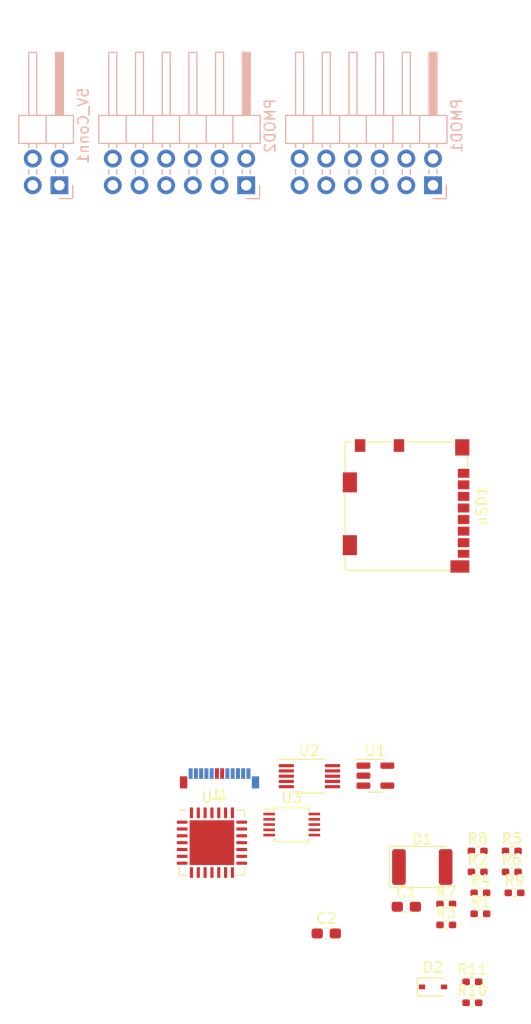
<source format=kicad_pcb>
(kicad_pcb (version 20211014) (generator pcbnew)
  (layers (0 "F.Cu" signal) (31 "B.Cu" signal) (34 "B.Paste" user) (35 "F.Paste" user) (36 "B.SilkS" user "B.Silkscreen") (37 "F.SilkS" user "F.Silkscreen") (38 "B.Mask" user) (39 "F.Mask" user) (44 "Edge.Cuts" user))
  (net 0 "")
  (net 1 "+5V")
  (net 2 "+3.3V")
  (net 7 "/SCL")
  (net 8 "/SDA")
  (net 9 "/CS")
  (net 10 "/SI")
  (net 11 "/SO")
  (net 12 "/CLK")
  (net 52 "+BATT")
  (net 53 "Net-(D1-Pad1)")
  (net 54 "Net-(U1-Pad5)")
  (net 55 "Net-(U1-Pad1)")
  (net 56 "Net-(U4-Pad13)")
  (net 57 "Net-(U4-Pad12)")
  (net 58 "Net-(U4-Pad14)")
  (net 59 "Net-(U4-Pad11)")
  (net 60 "Net-(U3-Pad1)")
  (net 61 "Net-(U2-Pad1)")
  (net 62 "/USB D+")
  (net 63 "/USB D-")
  (net 64 "VBUS")
  (net 65 "Net-(J1-PadA5)")
  (net 66 "Net-(J1-PadB5)")
  (footprint "Package_SO:VSSOP-10_3x3mm_P0.5mm" (layer "F.Cu") (at 145.715 137.45)
    (fp_text reference "U2" (at 0 -2.45) (layer "F.SilkS"))
    (fp_text value "DRV2605LDGS")
    (fp_line (start 0 -1.61) (end -2.925 -1.61) (layer "F.SilkS") (width 0.12))
    (fp_line (start 0 1.61) (end -1.5 1.61) (layer "F.SilkS") (width 0.12))
    (fp_line (start 0 1.61) (end 1.5 1.61) (layer "F.SilkS") (width 0.12))
    (fp_line (start 0 -1.61) (end 1.5 -1.61) (layer "F.SilkS") (width 0.12))
    (pad "1" smd roundrect (at -2.2 -1) (size 1.45 0.3) (layers "F.Cu" "F.Paste" "F.Mask") (net 61 "Net-(U2-Pad1)"))
    (pad "2" smd roundrect (at -2.2 -0.5) (size 1.45 0.3) (layers "F.Cu" "F.Paste" "F.Mask") (net 7 "/SCL"))
    (pad "3" smd roundrect (at -2.2 0) (size 1.45 0.3) (layers "F.Cu" "F.Paste" "F.Mask") (net 8 "/SDA"))
    (pad "4" smd roundrect (at -2.2 0.5) (size 1.45 0.3) (layers "F.Cu" "F.Paste" "F.Mask"))
    (pad "5" smd roundrect (at -2.2 1) (size 1.45 0.3) (layers "F.Cu" "F.Paste" "F.Mask") (net 2 "+3.3V"))
    (pad "6" smd roundrect (at 2.2 1) (size 1.45 0.3) (layers "F.Cu" "F.Paste" "F.Mask"))
    (pad "7" smd roundrect (at 2.2 0.5) (size 1.45 0.3) (layers "F.Cu" "F.Paste" "F.Mask"))
    (pad "8" smd roundrect (at 2.2 0) (size 1.45 0.3) (layers "F.Cu" "F.Paste" "F.Mask") (net 2 "+3.3V"))
    (pad "9" smd roundrect (at 2.2 -0.5) (size 1.45 0.3) (layers "F.Cu" "F.Paste" "F.Mask"))
    (pad "10" smd roundrect (at 2.2 -1) (size 1.45 0.3) (layers "F.Cu" "F.Paste" "F.Mask") (net 2 "+3.3V"))
  )
  (footprint "Resistor_SMD:R_0402_1005Metric_Pad0.72x0.64mm_HandSolder" (layer "F.Cu") (at 158.74 149.6)
    (fp_text reference "R7" (at 0 -1.17) (layer "F.SilkS"))
    (fp_text value "10K")
    (fp_line (start -0.167621 -0.38) (end 0.167621 -0.38) (layer "F.SilkS") (width 0.12))
    (fp_line (start -0.167621 0.38) (end 0.167621 0.38) (layer "F.SilkS") (width 0.12))
    (pad "1" smd roundrect (at -0.5975 0) (size 0.715 0.64) (layers "F.Cu" "F.Paste" "F.Mask") (net 58 "Net-(U4-Pad14)"))
    (pad "2" smd roundrect (at 0.5975 0) (size 0.715 0.64) (layers "F.Cu" "F.Paste" "F.Mask") (net 2 "+3.3V"))
  )
  (footprint "Resistor_SMD:R_0402_1005Metric_Pad0.72x0.64mm_HandSolder" (layer "F.Cu") (at 161.73 146.55)
    (fp_text reference "R2" (at 0 -1.17) (layer "F.SilkS"))
    (fp_text value "5.1K")
    (fp_line (start -0.167621 0.38) (end 0.167621 0.38) (layer "F.SilkS") (width 0.12))
    (fp_line (start -0.167621 -0.38) (end 0.167621 -0.38) (layer "F.SilkS") (width 0.12))
    (pad "1" smd roundrect (at -0.5975 0) (size 0.715 0.64) (layers "F.Cu" "F.Paste" "F.Mask") (net 53 "Net-(D1-Pad1)"))
    (pad "2" smd roundrect (at 0.5975 0) (size 0.715 0.64) (layers "F.Cu" "F.Paste" "F.Mask") (net 55 "Net-(U1-Pad1)"))
  )
  (footprint "Resistor_SMD:R_0402_1005Metric_Pad0.72x0.64mm_HandSolder" (layer "F.Cu") (at 158.74 151.59)
    (fp_text reference "R3" (at 0 -1.17) (layer "F.SilkS"))
    (fp_text value "10K")
    (fp_line (start -0.167621 -0.38) (end 0.167621 -0.38) (layer "F.SilkS") (width 0.12))
    (fp_line (start -0.167621 0.38) (end 0.167621 0.38) (layer "F.SilkS") (width 0.12))
    (pad "1" smd roundrect (at -0.5975 0) (size 0.715 0.64) (layers "F.Cu" "F.Paste" "F.Mask") (net 2 "+3.3V"))
    (pad "2" smd roundrect (at 0.5975 0) (size 0.715 0.64) (layers "F.Cu" "F.Paste" "F.Mask") (net 7 "/SCL"))
  )
  (footprint "Capacitor_SMD:C_0603_1608Metric_Pad1.08x0.95mm_HandSolder" (layer "F.Cu") (at 154.94 149.86)
    (fp_text reference "C1" (at 0 -1.43) (layer "F.SilkS"))
    (fp_text value "10uF")
    (fp_line (start -0.146267 0.51) (end 0.146267 0.51) (layer "F.SilkS") (width 0.12))
    (fp_line (start -0.146267 -0.51) (end 0.146267 -0.51) (layer "F.SilkS") (width 0.12))
    (pad "1" smd roundrect (at -0.8625 0) (size 1.075 0.95) (layers "F.Cu" "F.Paste" "F.Mask") (net 52 "+BATT"))
    (pad "2" smd roundrect (at 0.8625 0) (size 1.075 0.95) (layers "F.Cu" "F.Paste" "F.Mask") (net 2 "+3.3V"))
  )
  (footprint "Resistor_SMD:R_0402_1005Metric_Pad0.72x0.64mm_HandSolder" (layer "F.Cu") (at 161.23 157)
    (fp_text reference "R11" (at 0 -1.17) (layer "F.SilkS"))
    (fp_text value "5.1K")
    (fp_line (start -0.167621 -0.38) (end 0.167621 -0.38) (layer "F.SilkS") (width 0.12))
    (fp_line (start -0.167621 0.38) (end 0.167621 0.38) (layer "F.SilkS") (width 0.12))
    (pad "1" smd roundrect (at -0.5975 0) (size 0.715 0.64) (layers "F.Cu" "F.Paste" "F.Mask") (net 65 "Net-(J1-PadA5)"))
    (pad "2" smd roundrect (at 0.5975 0) (size 0.715 0.64) (layers "F.Cu" "F.Paste" "F.Mask") (net 2 "+3.3V"))
  )
  (footprint "Package_TO_SOT_SMD:SOT-23-5" (layer "F.Cu") (at 151.995 137.4)
    (fp_text reference "U1" (at 0 -2.4) (layer "F.SilkS"))
    (fp_text value "MCP73831-2-OT")
    (fp_line (start 0 1.56) (end 0.8 1.56) (layer "F.SilkS") (width 0.12))
    (fp_line (start 0 1.56) (end -0.8 1.56) (layer "F.SilkS") (width 0.12))
    (fp_line (start 0 -1.56) (end -1.8 -1.56) (layer "F.SilkS") (width 0.12))
    (fp_line (start 0 -1.56) (end 0.8 -1.56) (layer "F.SilkS") (width 0.12))
    (pad "1" smd roundrect (at -1.1375 -0.95) (size 1.325 0.6) (layers "F.Cu" "F.Paste" "F.Mask") (net 55 "Net-(U1-Pad1)"))
    (pad "2" smd roundrect (at -1.1375 0) (size 1.325 0.6) (layers "F.Cu" "F.Paste" "F.Mask") (net 2 "+3.3V"))
    (pad "3" smd roundrect (at -1.1375 0.95) (size 1.325 0.6) (layers "F.Cu" "F.Paste" "F.Mask") (net 52 "+BATT"))
    (pad "4" smd roundrect (at 1.1375 0.95) (size 1.325 0.6) (layers "F.Cu" "F.Paste" "F.Mask") (net 1 "+5V"))
    (pad "5" smd roundrect (at 1.1375 -0.95) (size 1.325 0.6) (layers "F.Cu" "F.Paste" "F.Mask") (net 54 "Net-(U1-Pad5)"))
  )
  (footprint "Package_DFN_QFN:QFN-28-1EP_6x6mm_P0.65mm_EP4.25x4.25mm" (layer "F.Cu") (at 136.435 143.77)
    (fp_text reference "U4" (at 0 -4.3) (layer "F.SilkS"))
    (fp_text value "MCP23017_ML")
    (fp_line (start 3.11 3.11) (end 3.11 2.36) (layer "F.SilkS") (width 0.12))
    (fp_line (start -2.36 3.11) (end -3.11 3.11) (layer "F.SilkS") (width 0.12))
    (fp_line (start -3.11 3.11) (end -3.11 2.36) (layer "F.SilkS") (width 0.12))
    (fp_line (start 2.36 -3.11) (end 3.11 -3.11) (layer "F.SilkS") (width 0.12))
    (fp_line (start 3.11 -3.11) (end 3.11 -2.36) (layer "F.SilkS") (width 0.12))
    (fp_line (start 2.36 3.11) (end 3.11 3.11) (layer "F.SilkS") (width 0.12))
    (fp_line (start -2.36 -3.11) (end -3.11 -3.11) (layer "F.SilkS") (width 0.12))
    (pad "1" smd roundrect (at -2.8375 -1.95) (size 1.025 0.3) (layers "F.Cu" "F.Paste" "F.Mask"))
    (pad "2" smd roundrect (at -2.8375 -1.3) (size 1.025 0.3) (layers "F.Cu" "F.Paste" "F.Mask"))
    (pad "3" smd roundrect (at -2.8375 -0.65) (size 1.025 0.3) (layers "F.Cu" "F.Paste" "F.Mask"))
    (pad "4" smd roundrect (at -2.8375 0) (size 1.025 0.3) (layers "F.Cu" "F.Paste" "F.Mask"))
    (pad "5" smd roundrect (at -2.8375 0.65) (size 1.025 0.3) (layers "F.Cu" "F.Paste" "F.Mask") (net 2 "+3.3V"))
    (pad "6" smd roundrect (at -2.8375 1.3) (size 1.025 0.3) (layers "F.Cu" "F.Paste" "F.Mask") (net 2 "+3.3V"))
    (pad "7" smd roundrect (at -2.8375 1.95) (size 1.025 0.3) (layers "F.Cu" "F.Paste" "F.Mask"))
    (pad "8" smd roundrect (at -1.95 2.8375) (size 0.3 1.025) (layers "F.Cu" "F.Paste" "F.Mask") (net 7 "/SCL"))
    (pad "9" smd roundrect (at -1.3 2.8375) (size 0.3 1.025) (layers "F.Cu" "F.Paste" "F.Mask") (net 8 "/SDA"))
    (pad "10" smd roundrect (at -0.65 2.8375) (size 0.3 1.025) (layers "F.Cu" "F.Paste" "F.Mask"))
    (pad "11" smd roundrect (at 0 2.8375) (size 0.3 1.025) (layers "F.Cu" "F.Paste" "F.Mask") (net 59 "Net-(U4-Pad11)"))
    (pad "12" smd roundrect (at 0.65 2.8375) (size 0.3 1.025) (layers "F.Cu" "F.Paste" "F.Mask") (net 57 "Net-(U4-Pad12)"))
    (pad "13" smd roundrect (at 1.3 2.8375) (size 0.3 1.025) (layers "F.Cu" "F.Paste" "F.Mask") (net 56 "Net-(U4-Pad13)"))
    (pad "14" smd roundrect (at 1.95 2.8375) (size 0.3 1.025) (layers "F.Cu" "F.Paste" "F.Mask") (net 58 "Net-(U4-Pad14)"))
    (pad "15" smd roundrect (at 2.8375 1.95) (size 1.025 0.3) (layers "F.Cu" "F.Paste" "F.Mask"))
    (pad "16" smd roundrect (at 2.8375 1.3) (size 1.025 0.3) (layers "F.Cu" "F.Paste" "F.Mask"))
    (pad "17" smd roundrect (at 2.8375 0.65) (size 1.025 0.3) (layers "F.Cu" "F.Paste" "F.Mask"))
    (pad "18" smd roundrect (at 2.8375 0) (size 1.025 0.3) (layers "F.Cu" "F.Paste" "F.Mask"))
    (pad "19" smd roundrect (at 2.8375 -0.65) (size 1.025 0.3) (layers "F.Cu" "F.Paste" "F.Mask"))
    (pad "20" smd roundrect (at 2.8375 -1.3) (size 1.025 0.3) (layers "F.Cu" "F.Paste" "F.Mask"))
    (pad "21" smd roundrect (at 2.8375 -1.95) (size 1.025 0.3) (layers "F.Cu" "F.Paste" "F.Mask"))
    (pad "22" smd roundrect (at 1.95 -2.8375) (size 0.3 1.025) (layers "F.Cu" "F.Paste" "F.Mask"))
    (pad "23" smd roundrect (at 1.3 -2.8375) (size 0.3 1.025) (layers "F.Cu" "F.Paste" "F.Mask"))
    (pad "24" smd roundrect (at 0.65 -2.8375) (size 0.3 1.025) (layers "F.Cu" "F.Paste" "F.Mask"))
    (pad "25" smd roundrect (at 0 -2.8375) (size 0.3 1.025) (layers "F.Cu" "F.Paste" "F.Mask"))
    (pad "26" smd roundrect (at -0.65 -2.8375) (size 0.3 1.025) (layers "F.Cu" "F.Paste" "F.Mask"))
    (pad "27" smd roundrect (at -1.3 -2.8375) (size 0.3 1.025) (layers "F.Cu" "F.Paste" "F.Mask"))
    (pad "28" smd roundrect (at -1.95 -2.8375) (size 0.3 1.025) (layers "F.Cu" "F.Paste" "F.Mask"))
    (pad "29" smd rect (at 0 0) (size 4.25 4.25) (layers "F.Cu" "F.Mask") (net 2 "+3.3V"))
  )
  (footprint "Diode_SMD:D_SOD-323" (layer "F.Cu") (at 157.48 157.48)
    (fp_text reference "D2" (at 0 -1.85) (layer "F.SilkS"))
    (fp_text value "NSR0340HT1G")
    (fp_line (start -1.5 -0.85) (end -1.5 0.85) (layer "F.SilkS") (width 0.12))
    (fp_line (start -1.5 -0.85) (end 1.05 -0.85) (layer "F.SilkS") (width 0.12))
    (fp_line (start -1.5 0.85) (end 1.05 0.85) (layer "F.SilkS") (width 0.12))
    (pad "1" smd rect (at -1.05 0) (size 0.6 0.45) (layers "F.Cu" "F.Paste" "F.Mask") (net 1 "+5V"))
    (pad "2" smd rect (at 1.05 0) (size 0.6 0.45) (layers "F.Cu" "F.Paste" "F.Mask") (net 64 "VBUS"))
  )
  (footprint "Resistor_SMD:R_0402_1005Metric_Pad0.72x0.64mm_HandSolder" (layer "F.Cu") (at 161.23 158.99)
    (fp_text reference "R10" (at 0 -1.17) (layer "F.SilkS"))
    (fp_text value "5.1K")
    (fp_line (start -0.167621 -0.38) (end 0.167621 -0.38) (layer "F.SilkS") (width 0.12))
    (fp_line (start -0.167621 0.38) (end 0.167621 0.38) (layer "F.SilkS") (width 0.12))
    (pad "1" smd roundrect (at -0.5975 0) (size 0.715 0.64) (layers "F.Cu" "F.Paste" "F.Mask") (net 2 "+3.3V"))
    (pad "2" smd roundrect (at 0.5975 0) (size 0.715 0.64) (layers "F.Cu" "F.Paste" "F.Mask") (net 66 "Net-(J1-PadB5)"))
  )
  (footprint "Resistor_SMD:R_0402_1005Metric_Pad0.72x0.64mm_HandSolder" (layer "F.Cu") (at 161.99 148.54)
    (fp_text reference "R4" (at 0 -1.17) (layer "F.SilkS"))
    (fp_text value "10K")
    (fp_line (start -0.167621 0.38) (end 0.167621 0.38) (layer "F.SilkS") (width 0.12))
    (fp_line (start -0.167621 -0.38) (end 0.167621 -0.38) (layer "F.SilkS") (width 0.12))
    (pad "1" smd roundrect (at -0.5975 0) (size 0.715 0.64) (layers "F.Cu" "F.Paste" "F.Mask") (net 2 "+3.3V"))
    (pad "2" smd roundrect (at 0.5975 0) (size 0.715 0.64) (layers "F.Cu" "F.Paste" "F.Mask") (net 8 "/SDA"))
  )
  (footprint "Resistor_SMD:R_0402_1005Metric_Pad0.72x0.64mm_HandSolder" (layer "F.Cu") (at 165.24 148.54)
    (fp_text reference "R9" (at 0 -1.17) (layer "F.SilkS"))
    (fp_text value "10K")
    (fp_line (start -0.167621 -0.38) (end 0.167621 -0.38) (layer "F.SilkS") (width 0.12))
    (fp_line (start -0.167621 0.38) (end 0.167621 0.38) (layer "F.SilkS") (width 0.12))
    (pad "1" smd roundrect (at -0.5975 0) (size 0.715 0.64) (layers "F.Cu" "F.Paste" "F.Mask") (net 60 "Net-(U3-Pad1)"))
    (pad "2" smd roundrect (at 0.5975 0) (size 0.715 0.64) (layers "F.Cu" "F.Paste" "F.Mask") (net 2 "+3.3V"))
  )
  (footprint "Resistor_SMD:R_0402_1005Metric_Pad0.72x0.64mm_HandSolder" (layer "F.Cu") (at 161.99 150.53)
    (fp_text reference "R1" (at 0 -1.17) (layer "F.SilkS"))
    (fp_text value "2.0K")
    (fp_line (start -0.167621 0.38) (end 0.167621 0.38) (layer "F.SilkS") (width 0.12))
    (fp_line (start -0.167621 -0.38) (end 0.167621 -0.38) (layer "F.SilkS") (width 0.12))
    (pad "1" smd roundrect (at -0.5975 0) (size 0.715 0.64) (layers "F.Cu" "F.Paste" "F.Mask") (net 54 "Net-(U1-Pad5)"))
    (pad "2" smd roundrect (at 0.5975 0) (size 0.715 0.64) (layers "F.Cu" "F.Paste" "F.Mask") (net 2 "+3.3V"))
  )
  (footprint "Resistor_SMD:R_0402_1005Metric_Pad0.72x0.64mm_HandSolder" (layer "F.Cu") (at 161.73 144.56)
    (fp_text reference "R8" (at 0 -1.17) (layer "F.SilkS"))
    (fp_text value "10K")
    (fp_line (start -0.167621 0.38) (end 0.167621 0.38) (layer "F.SilkS") (width 0.12))
    (fp_line (start -0.167621 -0.38) (end 0.167621 -0.38) (layer "F.SilkS") (width 0.12))
    (pad "1" smd roundrect (at -0.5975 0) (size 0.715 0.64) (layers "F.Cu" "F.Paste" "F.Mask") (net 2 "+3.3V"))
    (pad "2" smd roundrect (at 0.5975 0) (size 0.715 0.64) (layers "F.Cu" "F.Paste" "F.Mask") (net 59 "Net-(U4-Pad11)"))
  )
  (footprint "Connector_USB:USB_C_Plug_Molex_105444" (layer "F.Cu") (at 137.16 137.16)
    (fp_text reference "J1" (at 0 2.04) (layer "F.SilkS"))
    (fp_text value "USB_C_Receptacle_USB2.0")
    (pad "A1" smd rect (at -2.75 0.04) (size 0.38 1) (layers "F.Cu" "F.Paste" "F.Mask") (net 2 "+3.3V"))
    (pad "A2" smd rect (at -2.25 0.04) (size 0.38 1) (layers "F.Cu" "F.Paste" "F.Mask"))
    (pad "A3" smd rect (at -1.75 0.04) (size 0.38 1) (layers "F.Cu" "F.Paste" "F.Mask"))
    (pad "A4" smd rect (at -1.25 0.04) (size 0.38 1) (layers "F.Cu" "F.Paste" "F.Mask") (net 64 "VBUS"))
    (pad "A5" smd rect (at -0.75 0.04) (size 0.38 1) (layers "F.Cu" "F.Paste" "F.Mask") (net 65 "Net-(J1-PadA5)"))
    (pad "A6" smd rect (at -0.25 0.04) (size 0.38 1) (layers "F.Cu" "F.Paste" "F.Mask") (net 62 "/USB D+"))
    (pad "A7" smd rect (at 0.25 0.04) (size 0.38 1) (layers "F.Cu" "F.Paste" "F.Mask") (net 63 "/USB D-"))
    (pad "A8" smd rect (at 0.75 0.04) (size 0.38 1) (layers "F.Cu" "F.Paste" "F.Mask"))
    (pad "A9" smd rect (at 1.25 0.04) (size 0.38 1) (layers "F.Cu" "F.Paste" "F.Mask") (net 64 "VBUS"))
    (pad "A10" smd rect (at 1.75 0.04) (size 0.38 1) (layers "F.Cu" "F.Paste" "F.Mask"))
    (pad "A11" smd rect (at 2.25 0.04) (size 0.38 1) (layers "F.Cu" "F.Paste" "F.Mask"))
    (pad "A12" smd rect (at 2.75 0.04) (size 0.38 1) (layers "F.Cu" "F.Paste" "F.Mask") (net 2 "+3.3V"))
    (pad "B1" smd rect (at 2.75 0.04) (size 0.38 1) (layers "B.Cu" "B.Paste" "B.Mask") (net 2 "+3.3V"))
    (pad "B2" smd rect (at 2.25 0.04) (size 0.38 1) (layers "B.Cu" "B.Paste" "B.Mask"))
    (pad "B3" smd rect (at 1.75 0.04) (size 0.38 1) (layers "B.Cu" "B.Paste" "B.Mask"))
    (pad "B4" smd rect (at 1.25 0.04) (size 0.38 1) (layers "B.Cu" "B.Paste" "B.Mask") (net 64 "VBUS"))
    (pad "B5" smd rect (at 0.75 0.04) (size 0.38 1) (layers "B.Cu" "B.Paste" "B.Mask") (net 66 "Net-(J1-PadB5)"))
    (pad "B8" smd rect (at -0.75 0.04) (size 0.38 1) (layers "B.Cu" "B.Paste" "B.Mask"))
    (pad "B9" smd rect (at -1.25 0.04) (size 0.38 1) (layers "B.Cu" "B.Paste" "B.Mask") (net 64 "VBUS"))
    (pad "B10" smd rect (at -1.75 0.04) (size 0.38 1) (layers "B.Cu" "B.Paste" "B.Mask"))
    (pad "B11" smd rect (at -2.25 0.04) (size 0.38 1) (layers "B.Cu" "B.Paste" "B.Mask"))
    (pad "B12" smd rect (at -2.75 0.04) (size 0.38 1) (layers "B.Cu" "B.Paste" "B.Mask") (net 2 "+3.3V"))
    (pad "S1" smd rect (at -3.42 0.88) (size 0.7 1.15) (layers "F.Cu" "F.Paste" "F.Mask") (net 2 "+3.3V"))
    (pad "S1" smd rect (at 3.42 0.88) (size 0.7 1.15) (layers "B.Cu" "B.Paste" "B.Mask") (net 2 "+3.3V"))
  )
  (footprint "Package_SO:TSSOP-10_3x3mm_P0.5mm" (layer "F.Cu") (at 144.035 142.05)
    (fp_text reference "U3" (at 0 -2.55) (layer "F.SilkS"))
    (fp_text value "ADS1015IDGS")
    (fp_line (start -1.625 1.625) (end 1.625 1.625) (layer "F.SilkS") (width 0.15))
    (fp_line (start 1.625 1.625) (end 1.625 1.35) (layer "F.SilkS") (width 0.15))
    (fp_line (start -1.625 1.625) (end -1.625 1.35) (layer "F.SilkS") (width 0.15))
    (fp_line (start 1.625 -1.625) (end 1.625 -1.35) (layer "F.SilkS") (width 0.15))
    (fp_line (start -1.625 -1.45) (end -2.7 -1.45) (layer "F.SilkS") (width 0.15))
    (fp_line (start -1.625 -1.625) (end 1.625 -1.625) (layer "F.SilkS") (width 0.15))
    (fp_line (start -1.625 -1.625) (end -1.625 -1.45) (layer "F.SilkS") (width 0.15))
    (pad "1" smd rect (at -2.15 -1) (size 1.1 0.25) (layers "F.Cu" "F.Paste" "F.Mask") (net 60 "Net-(U3-Pad1)"))
    (pad "2" smd rect (at -2.15 -0.5) (size 1.1 0.25) (layers "F.Cu" "F.Paste" "F.Mask"))
    (pad "3" smd rect (at -2.15 0) (size 1.1 0.25) (layers "F.Cu" "F.Paste" "F.Mask") (net 2 "+3.3V"))
    (pad "4" smd rect (at -2.15 0.5) (size 1.1 0.25) (layers "F.Cu" "F.Paste" "F.Mask"))
    (pad "5" smd rect (at -2.15 1) (size 1.1 0.25) (layers "F.Cu" "F.Paste" "F.Mask"))
    (pad "6" smd rect (at 2.15 1) (size 1.1 0.25) (layers "F.Cu" "F.Paste" "F.Mask"))
    (pad "7" smd rect (at 2.15 0.5) (size 1.1 0.25) (layers "F.Cu" "F.Paste" "F.Mask"))
    (pad "8" smd rect (at 2.15 0) (size 1.1 0.25) (layers "F.Cu" "F.Paste" "F.Mask") (net 2 "+3.3V"))
    (pad "9" smd rect (at 2.15 -0.5) (size 1.1 0.25) (layers "F.Cu" "F.Paste" "F.Mask") (net 8 "/SDA"))
    (pad "10" smd rect (at 2.15 -1) (size 1.1 0.25) (layers "F.Cu" "F.Paste" "F.Mask") (net 7 "/SCL"))
  )
  (footprint "Capacitor_SMD:C_0603_1608Metric_Pad1.08x0.95mm_HandSolder" (layer "F.Cu") (at 147.32 152.4)
    (fp_text reference "C2" (at 0 -1.43) (layer "F.SilkS"))
    (fp_text value "1uF")
    (fp_line (start -0.146267 -0.51) (end 0.146267 -0.51) (layer "F.SilkS") (width 0.12))
    (fp_line (start -0.146267 0.51) (end 0.146267 0.51) (layer "F.SilkS") (width 0.12))
    (pad "1" smd roundrect (at -0.8625 0) (size 1.075 0.95) (layers "F.Cu" "F.Paste" "F.Mask") (net 61 "Net-(U2-Pad1)"))
    (pad "2" smd roundrect (at 0.8625 0) (size 1.075 0.95) (layers "F.Cu" "F.Paste" "F.Mask") (net 2 "+3.3V"))
  )
  (footprint "Resistor_SMD:R_0402_1005Metric_Pad0.72x0.64mm_HandSolder" (layer "F.Cu") (at 164.98 144.56)
    (fp_text reference "R5" (at 0 -1.17) (layer "F.SilkS"))
    (fp_text value "10K")
    (fp_line (start -0.167621 0.38) (end 0.167621 0.38) (layer "F.SilkS") (width 0.12))
    (fp_line (start -0.167621 -0.38) (end 0.167621 -0.38) (layer "F.SilkS") (width 0.12))
    (pad "1" smd roundrect (at -0.5975 0) (size 0.715 0.64) (layers "F.Cu" "F.Paste" "F.Mask") (net 2 "+3.3V"))
    (pad "2" smd roundrect (at 0.5975 0) (size 0.715 0.64) (layers "F.Cu" "F.Paste" "F.Mask") (net 56 "Net-(U4-Pad13)"))
  )
  (footprint "Connector_Card:microSD_HC_Molex_104031-0811" (layer "F.Cu") (at 154.94 111.76 -90)
    (fp_text reference "uSD1" (at 0 -7.18 90) (layer "F.SilkS"))
    (fp_text value "Micro_SD_Card_Det")
    (fp_line (start -6.07 5.82) (end -3.39 5.82) (layer "F.SilkS") (width 0.12))
    (fp_line (start -4.59 -5.82) (end -3.73 -5.82) (layer "F.SilkS") (width 0.12))
    (fp_line (start -6.07 -4.45) (end -6.07 0) (layer "F.SilkS") (width 0.12))
    (fp_line (start -1.09 5.82) (end 2.58 5.82) (layer "F.SilkS") (width 0.12))
    (fp_line (start -6.07 5.1) (end -6.07 5.82) (layer "F.SilkS") (width 0.12))
    (fp_line (start 6.11 5.82) (end 6.11 -4) (layer "F.SilkS") (width 0.12))
    (fp_line (start -6.07 1.4) (end -6.07 3.7) (layer "F.SilkS") (width 0.12))
    (fp_line (start 4.88 5.82) (end 6.11 5.82) (layer "F.SilkS") (width 0.12))
    (pad "1" smd rect (at -3.105 -5.45 270) (size 0.85 1.1) (layers "F.Cu" "F.Paste" "F.Mask"))
    (pad "2" smd rect (at -2.005 -5.45 270) (size 0.85 1.1) (layers "F.Cu" "F.Paste" "F.Mask") (net 9 "/CS"))
    (pad "3" smd rect (at -0.905 -5.45 270) (size 0.85 1.1) (layers "F.Cu" "F.Paste" "F.Mask") (net 10 "/SI"))
    (pad "4" smd rect (at 0.195 -5.45 270) (size 0.85 1.1) (layers "F.Cu" "F.Paste" "F.Mask") (net 2 "+3.3V"))
    (pad "5" smd rect (at 1.295 -5.45 270) (size 0.85 1.1) (layers "F.Cu" "F.Paste" "F.Mask") (net 12 "/CLK"))
    (pad "6" smd rect (at 2.395 -5.45 270) (size 0.85 1.1) (layers "F.Cu" "F.Paste" "F.Mask") (net 2 "+3.3V"))
    (pad "7" smd rect (at 3.495 -5.45 270) (size 0.85 1.1) (layers "F.Cu" "F.Paste" "F.Mask") (net 11 "/SO"))
    (pad "8" smd rect (at 4.545 -5.45 270) (size 0.75 1.1) (layers "F.Cu" "F.Paste" "F.Mask"))
    (pad "9" smd rect (at -5.74 0.7 270) (size 1.2 1) (layers "F.Cu" "F.Paste" "F.Mask"))
    (pad "10" smd rect (at -5.74 4.4 270) (size 1.2 1) (layers "F.Cu" "F.Paste" "F.Mask"))
    (pad "11" smd rect (at 5.755 -5.1 270) (size 1.17 1.8) (layers "F.Cu" "F.Paste" "F.Mask") (net 2 "+3.3V"))
    (pad "11" smd rect (at -5.565 -5.325 270) (size 1.55 1.35) (layers "F.Cu" "F.Paste" "F.Mask") (net 2 "+3.3V"))
    (pad "11" smd rect (at 3.73 5.375 270) (size 1.9 1.35) (layers "F.Cu" "F.Paste" "F.Mask") (net 2 "+3.3V"))
    (pad "11" smd rect (at -2.24 5.375 270) (size 1.9 1.35) (layers "F.Cu" "F.Paste" "F.Mask") (net 2 "+3.3V"))
  )
  (footprint "LED_SMD:LED_1812_4532Metric_Pad1.30x3.40mm_HandSolder" (layer "F.Cu") (at 156.46 146.085)
    (fp_text reference "D1" (at 0 -2.65) (layer "F.SilkS"))
    (fp_text value "LED")
    (fp_line (start -3.135 1.96) (end 2.25 1.96) (layer "F.SilkS") (width 0.12))
    (fp_line (start 2.25 -1.96) (end -3.135 -1.96) (layer "F.SilkS") (width 0.12))
    (fp_line (start -3.135 -1.96) (end -3.135 1.96) (layer "F.SilkS") (width 0.12))
    (pad "1" smd roundrect (at -2.225 0) (size 1.3 3.4) (layers "F.Cu" "F.Paste" "F.Mask") (roundrect_rratio 0.192308) (net 53 "Net-(D1-Pad1)"))
    (pad "2" smd roundrect (at 2.225 0) (size 1.3 3.4) (layers "F.Cu" "F.Paste" "F.Mask") (roundrect_rratio 0.192308) (net 1 "+5V"))
  )
  (footprint "Resistor_SMD:R_0402_1005Metric_Pad0.72x0.64mm_HandSolder" (layer "F.Cu") (at 164.98 146.55)
    (fp_text reference "R6" (at 0 -1.17) (layer "F.SilkS"))
    (fp_text value "10K")
    (fp_line (start -0.167621 0.38) (end 0.167621 0.38) (layer "F.SilkS") (width 0.12))
    (fp_line (start -0.167621 -0.38) (end 0.167621 -0.38) (layer "F.SilkS") (width 0.12))
    (pad "1" smd roundrect (at -0.5975 0) (size 0.715 0.64) (layers "F.Cu" "F.Paste" "F.Mask") (net 2 "+3.3V"))
    (pad "2" smd roundrect (at 0.5975 0) (size 0.715 0.64) (layers "F.Cu" "F.Paste" "F.Mask") (net 57 "Net-(U4-Pad12)"))
  )
  (footprint "Connector_PinHeader_2.54mm:PinHeader_2x02_P2.54mm_Horizontal" (layer "B.Cu") (at 121.92 81.28 90)
    (fp_text reference "5V_Conn1" (at 5.655 2.27 90) (layer "B.SilkS") (effects (justify mirror)))
    (fp_text value "Conn_02x02_Counter_Clockwise")
    (fp_line (start 6.64 -3.87) (end 6.64 1.33) (layer "B.SilkS") (width 0.12))
    (fp_line (start 3.582929 0.38) (end 3.98 0.38) (layer "B.SilkS") (width 0.12))
    (fp_line (start 6.64 -0.28) (end 12.64 -0.28) (layer "B.SilkS") (width 0.12))
    (fp_line (start 3.582929 -2.16) (end 3.98 -2.16) (layer "B.SilkS") (width 0.12))
    (fp_line (start 1.042929 -2.16) (end 1.497071 -2.16) (layer "B.SilkS") (width 0.12))
    (fp_line (start 3.98 -1.27) (end 6.64 -1.27) (layer "B.SilkS") (width 0.12))
    (fp_line (start 6.64 -0.04) (end 12.64 -0.04) (layer "B.SilkS") (width 0.12))
    (fp_line (start 3.98 1.33) (end 3.98 -3.87) (layer "B.SilkS") (width 0.12))
    (fp_line (start 6.64 1.33) (end 3.98 1.33) (layer "B.SilkS") (width 0.12))
    (fp_line (start 6.64 0.32) (end 12.64 0.32) (layer "B.SilkS") (width 0.12))
    (fp_line (start -1.27 1.27) (end 0 1.27) (layer "B.SilkS") (width 0.12))
    (fp_line (start 3.582929 -2.92) (end 3.98 -2.92) (layer "B.SilkS") (width 0.12))
    (fp_line (start 1.042929 -2.92) (end 1.497071 -2.92) (layer "B.SilkS") (width 0.12))
    (fp_line (start -1.27 0) (end -1.27 1.27) (layer "B.SilkS") (width 0.12))
    (fp_line (start 3.582929 -0.38) (end 3.98 -0.38) (layer "B.SilkS") (width 0.12))
    (fp_line (start 6.64 -2.16) (end 12.64 -2.16) (layer "B.SilkS") (width 0.12))
    (fp_line (start 6.64 -0.16) (end 12.64 -0.16) (layer "B.SilkS") (width 0.12))
    (fp_line (start 1.11 0.38) (end 1.497071 0.38) (layer "B.SilkS") (width 0.12))
    (fp_line (start 12.64 -2.16) (end 12.64 -2.92) (layer "B.SilkS") (width 0.12))
    (fp_line (start 3.98 -3.87) (end 6.64 -3.87) (layer "B.SilkS") (width 0.12))
    (fp_line (start 6.64 0.08) (end 12.64 0.08) (layer "B.SilkS") (width 0.12))
    (fp_line (start 1.11 -0.38) (end 1.497071 -0.38) (layer "B.SilkS") (width 0.12))
    (fp_line (start 12.64 -0.38) (end 6.64 -0.38) (layer "B.SilkS") (width 0.12))
    (fp_line (start 12.64 0.38) (end 12.64 -0.38) (layer "B.SilkS") (width 0.12))
    (fp_line (start 6.64 0.38) (end 12.64 0.38) (layer "B.SilkS") (width 0.12))
    (fp_line (start 6.64 0.2) (end 12.64 0.2) (layer "B.SilkS") (width 0.12))
    (fp_line (start 12.64 -2.92) (end 6.64 -2.92) (layer "B.SilkS") (width 0.12))
    (pad "1" thru_hole rect (at 0 0 90) (size 1.7 1.7) (drill 1) (layers *.Cu *.Mask) (net 1 "+5V"))
    (pad "2" thru_hole oval (at 2.54 0 90) (size 1.7 1.7) (drill 1) (layers *.Cu *.Mask) (net 2 "+3.3V"))
    (pad "3" thru_hole oval (at 0 -2.54 90) (size 1.7 1.7) (drill 1) (layers *.Cu *.Mask) (net 1 "+5V"))
    (pad "4" thru_hole oval (at 2.54 -2.54 90) (size 1.7 1.7) (drill 1) (layers *.Cu *.Mask) (net 2 "+3.3V"))
  )
  (footprint "Connector_PinHeader_2.54mm:PinHeader_2x06_P2.54mm_Horizontal" (layer "B.Cu") (at 157.48 81.28 90)
    (fp_text reference "PMOD1" (at 5.655 2.27 90) (layer "B.SilkS") (effects (justify mirror)))
    (fp_text value "Conn_02x06_Top_Bottom")
    (fp_line (start 12.64 -8) (end 6.64 -8) (layer "B.SilkS") (width 0.12))
    (fp_line (start 12.64 -0.38) (end 6.64 -0.38) (layer "B.SilkS") (width 0.12))
    (fp_line (start 6.64 -4.7) (end 12.64 -4.7) (layer "B.SilkS") (width 0.12))
    (fp_line (start 6.64 -7.24) (end 12.64 -7.24) (layer "B.SilkS") (width 0.12))
    (fp_line (start 6.64 0.2) (end 12.64 0.2) (layer "B.SilkS") (width 0.12))
    (fp_line (start 3.582929 -2.16) (end 3.98 -2.16) (layer "B.SilkS") (width 0.12))
    (fp_line (start 6.64 -12.32) (end 12.64 -12.32) (layer "B.SilkS") (width 0.12))
    (fp_line (start 3.98 -1.27) (end 6.64 -1.27) (layer "B.SilkS") (width 0.12))
    (fp_line (start 12.64 0.38) (end 12.64 -0.38) (layer "B.SilkS") (width 0.12))
    (fp_line (start 1.042929 -5.46) (end 1.497071 -5.46) (layer "B.SilkS") (width 0.12))
    (fp_line (start 12.64 -13.08) (end 6.64 -13.08) (layer "B.SilkS") (width 0.12))
    (fp_line (start 1.11 0.38) (end 1.497071 0.38) (layer "B.SilkS") (width 0.12))
    (fp_line (start 1.042929 -8) (end 1.497071 -8) (layer "B.SilkS") (width 0.12))
    (fp_line (start 12.64 -12.32) (end 12.64 -13.08) (layer "B.SilkS") (width 0.12))
    (fp_line (start -1.27 1.27) (end 0 1.27) (layer "B.SilkS") (width 0.12))
    (fp_line (start 6.64 -0.04) (end 12.64 -0.04) (layer "B.SilkS") (width 0.12))
    (fp_line (start 1.042929 -9.78) (end 1.497071 -9.78) (layer "B.SilkS") (width 0.12))
    (fp_line (start 6.64 1.33) (end 3.98 1.33) (layer "B.SilkS") (width 0.12))
    (fp_line (start -1.27 0) (end -1.27 1.27) (layer "B.SilkS") (width 0.12))
    (fp_line (start 6.64 -9.78) (end 12.64 -9.78) (layer "B.SilkS") (width 0.12))
    (fp_line (start 12.64 -7.24) (end 12.64 -8) (layer "B.SilkS") (width 0.12))
    (fp_line (start 1.11 -0.38) (end 1.497071 -0.38) (layer "B.SilkS") (width 0.12))
    (fp_line (start 12.64 -2.92) (end 6.64 -2.92) (layer "B.SilkS") (width 0.12))
    (fp_line (start 6.64 -2.16) (end 12.64 -2.16) (layer "B.SilkS") (width 0.12))
    (fp_line (start 12.64 -4.7) (end 12.64 -5.46) (layer "B.SilkS") (width 0.12))
    (fp_line (start 3.582929 -8) (end 3.98 -8) (layer "B.SilkS") (width 0.12))
    (fp_line (start 3.582929 -2.92) (end 3.98 -2.92) (layer "B.SilkS") (width 0.12))
    (fp_line (start 3.582929 -5.46) (end 3.98 -5.46) (layer "B.SilkS") (width 0.12))
    (fp_line (start 12.64 -9.78) (end 12.64 -10.54) (layer "B.SilkS") (width 0.12))
    (fp_line (start 3.582929 0.38) (end 3.98 0.38) (layer "B.SilkS") (width 0.12))
    (fp_line (start 3.582929 -4.7) (end 3.98 -4.7) (layer "B.SilkS") (width 0.12))
    (fp_line (start 3.582929 -10.54) (end 3.98 -10.54) (layer "B.SilkS") (width 0.12))
    (fp_line (start 6.64 0.32) (end 12.64 0.32) (layer "B.SilkS") (width 0.12))
    (fp_line (start 1.042929 -12.32) (end 1.497071 -12.32) (layer "B.SilkS") (width 0.12))
    (fp_line (start 6.64 0.08) (end 12.64 0.08) (layer "B.SilkS") (width 0.12))
    (fp_line (start 3.98 -14.03) (end 6.64 -14.03) (layer "B.SilkS") (width 0.12))
    (fp_line (start 6.64 -0.16) (end 12.64 -0.16) (layer "B.SilkS") (width 0.12))
    (fp_line (start 1.042929 -7.24) (end 1.497071 -7.24) (layer "B.SilkS") (width 0.12))
    (fp_line (start 3.98 1.33) (end 3.98 -14.03) (layer "B.SilkS") (width 0.12))
    (fp_line (start 1.042929 -2.16) (end 1.497071 -2.16) (layer "B.SilkS") (width 0.12))
    (fp_line (start 3.582929 -7.24) (end 3.98 -7.24) (layer "B.SilkS") (width 0.12))
    (fp_line (start 3.582929 -9.78) (end 3.98 -9.78) (layer "B.SilkS") (width 0.12))
    (fp_line (start 6.64 -14.03) (end 6.64 1.33) (layer "B.SilkS") (width 0.12))
    (fp_line (start 3.582929 -0.38) (end 3.98 -0.38) (layer "B.SilkS") (width 0.12))
    (fp_line (start 1.042929 -4.7) (end 1.497071 -4.7) (layer "B.SilkS") (width 0.12))
    (fp_line (start 1.042929 -10.54) (end 1.497071 -10.54) (layer "B.SilkS") (width 0.12))
    (fp_line (start 6.64 0.38) (end 12.64 0.38) (layer "B.SilkS") (width 0.12))
    (fp_line (start 1.042929 -2.92) (end 1.497071 -2.92) (layer "B.SilkS") (width 0.12))
    (fp_line (start 12.64 -2.16) (end 12.64 -2.92) (layer "B.SilkS") (width 0.12))
    (fp_line (start 3.98 -11.43) (end 6.64 -11.43) (layer "B.SilkS") (width 0.12))
    (fp_line (start 1.042929 -13.08) (end 1.497071 -13.08) (layer "B.SilkS") (width 0.12))
    (fp_line (start 6.64 -0.28) (end 12.64 -0.28) (layer "B.SilkS") (width 0.12))
    (fp_line (start 3.582929 -12.32) (end 3.98 -12.32) (layer "B.SilkS") (width 0.12))
    (fp_line (start 3.98 -3.81) (end 6.64 -3.81) (layer "B.SilkS") (width 0.12))
    (fp_line (start 12.64 -5.46) (end 6.64 -5.46) (layer "B.SilkS") (width 0.12))
    (fp_line (start 3.98 -8.89) (end 6.64 -8.89) (layer "B.SilkS") (width 0.12))
    (fp_line (start 12.64 -10.54) (end 6.64 -10.54) (layer "B.SilkS") (width 0.12))
    (fp_line (start 3.98 -6.35) (end 6.64 -6.35) (layer "B.SilkS") (width 0.12))
    (fp_line (start 3.582929 -13.08) (end 3.98 -13.08) (layer "B.SilkS") (width 0.12))
    (pad "1" thru_hole rect (at 0 0 90) (size 1.7 1.7) (drill 1) (layers *.Cu *.Mask))
    (pad "2" thru_hole oval (at 2.54 0 90) (size 1.7 1.7) (drill 1) (layers *.Cu *.Mask))
    (pad "3" thru_hole oval (at 0 -2.54 90) (size 1.7 1.7) (drill 1) (layers *.Cu *.Mask) (net 63 "/USB D-"))
    (pad "4" thru_hole oval (at 2.54 -2.54 90) (size 1.7 1.7) (drill 1) (layers *.Cu *.Mask) (net 62 "/USB D+"))
    (pad "5" thru_hole oval (at 0 -5.08 90) (size 1.7 1.7) (drill 1) (layers *.Cu *.Mask) (net 2 "+3.3V"))
    (pad "6" thru_hole oval (at 2.54 -5.08 90) (size 1.7 1.7) (drill 1) (layers *.Cu *.Mask) (net 2 "+3.3V"))
    (pad "7" thru_hole oval (at 0 -7.62 90) (size 1.7 1.7) (drill 1) (layers *.Cu *.Mask))
    (pad "8" thru_hole oval (at 2.54 -7.62 90) (size 1.7 1.7) (drill 1) (layers *.Cu *.Mask))
    (pad "9" thru_hole oval (at 0 -10.16 90) (size 1.7 1.7) (drill 1) (layers *.Cu *.Mask) (net 7 "/SCL"))
    (pad "10" thru_hole oval (at 2.54 -10.16 90) (size 1.7 1.7) (drill 1) (layers *.Cu *.Mask) (net 8 "/SDA"))
    (pad "11" thru_hole oval (at 0 -12.7 90) (size 1.7 1.7) (drill 1) (layers *.Cu *.Mask) (net 2 "+3.3V"))
    (pad "12" thru_hole oval (at 2.54 -12.7 90) (size 1.7 1.7) (drill 1) (layers *.Cu *.Mask) (net 2 "+3.3V"))
  )
  (footprint "Connector_PinHeader_2.54mm:PinHeader_2x06_P2.54mm_Horizontal" (layer "B.Cu") (at 139.7 81.28 90)
    (fp_text reference "PMOD2" (at 5.655 2.27 90) (layer "B.SilkS") (effects (justify mirror)))
    (fp_text value "Conn_02x06_Top_Bottom")
    (fp_line (start 1.042929 -7.24) (end 1.497071 -7.24) (layer "B.SilkS") (width 0.12))
    (fp_line (start 3.582929 -13.08) (end 3.98 -13.08) (layer "B.SilkS") (width 0.12))
    (fp_line (start 3.98 -6.35) (end 6.64 -6.35) (layer "B.SilkS") (width 0.12))
    (fp_line (start 1.11 -0.38) (end 1.497071 -0.38) (layer "B.SilkS") (width 0.12))
    (fp_line (start 6.64 -4.7) (end 12.64 -4.7) (layer "B.SilkS") (width 0.12))
    (fp_line (start 3.582929 0.38) (end 3.98 0.38) (layer "B.SilkS") (width 0.12))
    (fp_line (start 12.64 -0.38) (end 6.64 -0.38) (layer "B.SilkS") (width 0.12))
    (fp_line (start 3.98 -8.89) (end 6.64 -8.89) (layer "B.SilkS") (width 0.12))
    (fp_line (start 6.64 0.32) (end 12.64 0.32) (layer "B.SilkS") (width 0.12))
    (fp_line (start 1.042929 -4.7) (end 1.497071 -4.7) (layer "B.SilkS") (width 0.12))
    (fp_line (start 6.64 -0.28) (end 12.64 -0.28) (layer "B.SilkS") (width 0.12))
    (fp_line (start 6.64 0.2) (end 12.64 0.2) (layer "B.SilkS") (width 0.12))
    (fp_line (start 12.64 -4.7) (end 12.64 -5.46) (layer "B.SilkS") (width 0.12))
    (fp_line (start -1.27 1.27) (end 0 1.27) (layer "B.SilkS") (width 0.12))
    (fp_line (start 1.042929 -2.92) (end 1.497071 -2.92) (layer "B.SilkS") (width 0.12))
    (fp_line (start 1.042929 -13.08) (end 1.497071 -13.08) (layer "B.SilkS") (width 0.12))
    (fp_line (start 12.64 -5.46) (end 6.64 -5.46) (layer "B.SilkS") (width 0.12))
    (fp_line (start 1.042929 -9.78) (end 1.497071 -9.78) (layer "B.SilkS") (width 0.12))
    (fp_line (start 6.64 -12.32) (end 12.64 -12.32) (layer "B.SilkS") (width 0.12))
    (fp_line (start 12.64 -10.54) (end 6.64 -10.54) (layer "B.SilkS") (width 0.12))
    (fp_line (start 3.582929 -8) (end 3.98 -8) (layer "B.SilkS") (width 0.12))
    (fp_line (start 3.582929 -10.54) (end 3.98 -10.54) (layer "B.SilkS") (width 0.12))
    (fp_line (start 12.64 -9.78) (end 12.64 -10.54) (layer "B.SilkS") (width 0.12))
    (fp_line (start 12.64 0.38) (end 12.64 -0.38) (layer "B.SilkS") (width 0.12))
    (fp_line (start 3.582929 -5.46) (end 3.98 -5.46) (layer "B.SilkS") (width 0.12))
    (fp_line (start 3.582929 -4.7) (end 3.98 -4.7) (layer "B.SilkS") (width 0.12))
    (fp_line (start 1.11 0.38) (end 1.497071 0.38) (layer "B.SilkS") (width 0.12))
    (fp_line (start 12.64 -2.16) (end 12.64 -2.92) (layer "B.SilkS") (width 0.12))
    (fp_line (start 6.64 -9.78) (end 12.64 -9.78) (layer "B.SilkS") (width 0.12))
    (fp_line (start 12.64 -8) (end 6.64 -8) (layer "B.SilkS") (width 0.12))
    (fp_line (start 6.64 1.33) (end 3.98 1.33) (layer "B.SilkS") (width 0.12))
    (fp_line (start 3.582929 -2.92) (end 3.98 -2.92) (layer "B.SilkS") (width 0.12))
    (fp_line (start 6.64 0.08) (end 12.64 0.08) (layer "B.SilkS") (width 0.12))
    (fp_line (start 3.582929 -2.16) (end 3.98 -2.16) (layer "B.SilkS") (width 0.12))
    (fp_line (start 3.582929 -9.78) (end 3.98 -9.78) (layer "B.SilkS") (width 0.12))
    (fp_line (start 12.64 -7.24) (end 12.64 -8) (layer "B.SilkS") (width 0.12))
    (fp_line (start 12.64 -12.32) (end 12.64 -13.08) (layer "B.SilkS") (width 0.12))
    (fp_line (start 1.042929 -12.32) (end 1.497071 -12.32) (layer "B.SilkS") (width 0.12))
    (fp_line (start 12.64 -13.08) (end 6.64 -13.08) (layer "B.SilkS") (width 0.12))
    (fp_line (start 1.042929 -10.54) (end 1.497071 -10.54) (layer "B.SilkS") (width 0.12))
    (fp_line (start 1.042929 -5.46) (end 1.497071 -5.46) (layer "B.SilkS") (width 0.12))
    (fp_line (start 3.582929 -0.38) (end 3.98 -0.38) (layer "B.SilkS") (width 0.12))
    (fp_line (start 12.64 -2.92) (end 6.64 -2.92) (layer "B.SilkS") (width 0.12))
    (fp_line (start 6.64 -7.24) (end 12.64 -7.24) (layer "B.SilkS") (width 0.12))
    (fp_line (start 3.98 -1.27) (end 6.64 -1.27) (layer "B.SilkS") (width 0.12))
    (fp_line (start 6.64 -0.16) (end 12.64 -0.16) (layer "B.SilkS") (width 0.12))
    (fp_line (start 3.98 -11.43) (end 6.64 -11.43) (layer "B.SilkS") (width 0.12))
    (fp_line (start 6.64 -0.04) (end 12.64 -0.04) (layer "B.SilkS") (width 0.12))
    (fp_line (start 3.98 1.33) (end 3.98 -14.03) (layer "B.SilkS") (width 0.12))
    (fp_line (start 3.582929 -12.32) (end 3.98 -12.32) (layer "B.SilkS") (width 0.12))
    (fp_line (start 6.64 0.38) (end 12.64 0.38) (layer "B.SilkS") (width 0.12))
    (fp_line (start 3.98 -14.03) (end 6.64 -14.03) (layer "B.SilkS") (width 0.12))
    (fp_line (start 1.042929 -2.16) (end 1.497071 -2.16) (layer "B.SilkS") (width 0.12))
    (fp_line (start 6.64 -14.03) (end 6.64 1.33) (layer "B.SilkS") (width 0.12))
    (fp_line (start 6.64 -2.16) (end 12.64 -2.16) (layer "B.SilkS") (width 0.12))
    (fp_line (start 1.042929 -8) (end 1.497071 -8) (layer "B.SilkS") (width 0.12))
    (fp_line (start 3.582929 -7.24) (end 3.98 -7.24) (layer "B.SilkS") (width 0.12))
    (fp_line (start -1.27 0) (end -1.27 1.27) (layer "B.SilkS") (width 0.12))
    (fp_line (start 3.98 -3.81) (end 6.64 -3.81) (layer "B.SilkS") (width 0.12))
    (pad "1" thru_hole rect (at 0 0 90) (size 1.7 1.7) (drill 1) (layers *.Cu *.Mask) (net 9 "/CS"))
    (pad "2" thru_hole oval (at 2.54 0 90) (size 1.7 1.7) (drill 1) (layers *.Cu *.Mask) (net 10 "/SI"))
    (pad "3" thru_hole oval (at 0 -2.54 90) (size 1.7 1.7) (drill 1) (layers *.Cu *.Mask) (net 11 "/SO"))
    (pad "4" thru_hole oval (at 2.54 -2.54 90) (size 1.7 1.7) (drill 1) (layers *.Cu *.Mask) (net 12 "/CLK"))
    (pad "5" thru_hole oval (at 0 -5.08 90) (size 1.7 1.7) (drill 1) (layers *.Cu *.Mask) (net 2 "+3.3V"))
    (pad "6" thru_hole oval (at 2.54 -5.08 90) (size 1.7 1.7) (drill 1) (layers *.Cu *.Mask) (net 2 "+3.3V"))
    (pad "7" thru_hole oval (at 0 -7.62 90) (size 1.7 1.7) (drill 1) (layers *.Cu *.Mask))
    (pad "8" thru_hole oval (at 2.54 -7.62 90) (size 1.7 1.7) (drill 1) (layers *.Cu *.Mask))
    (pad "9" thru_hole oval (at 0 -10.16 90) (size 1.7 1.7) (drill 1) (layers *.Cu *.Mask))
    (pad "10" thru_hole oval (at 2.54 -10.16 90) (size 1.7 1.7) (drill 1) (layers *.Cu *.Mask))
    (pad "11" thru_hole oval (at 0 -12.7 90) (size 1.7 1.7) (drill 1) (layers *.Cu *.Mask) (net 2 "+3.3V"))
    (pad "12" thru_hole oval (at 2.54 -12.7 90) (size 1.7 1.7) (drill 1) (layers *.Cu *.Mask) (net 2 "+3.3V"))
  )
)
</source>
